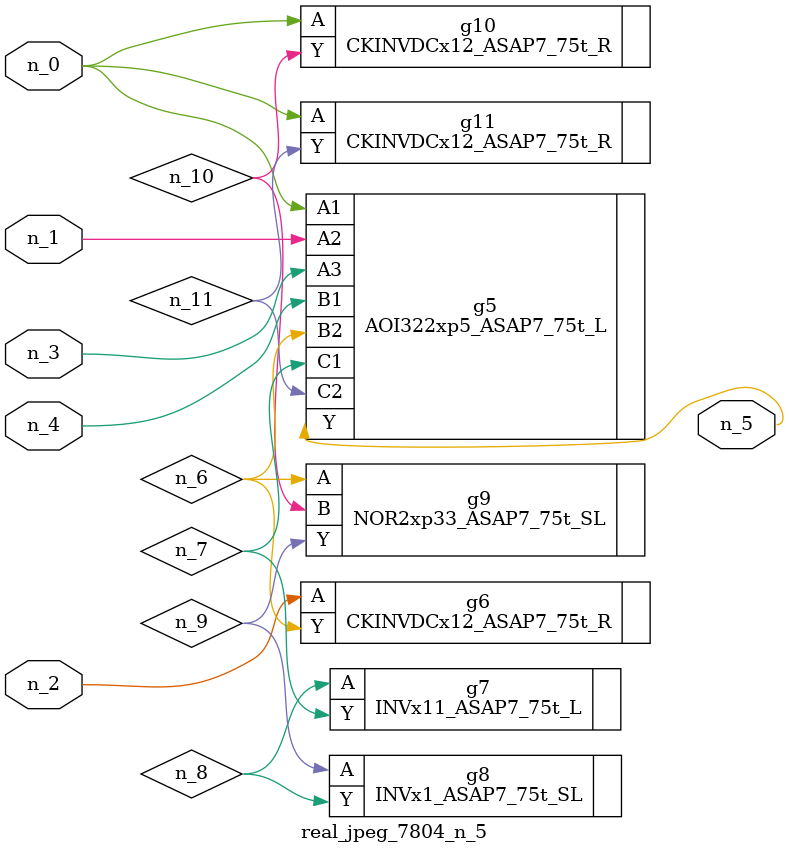
<source format=v>
module real_jpeg_7804_n_5 (n_4, n_0, n_1, n_2, n_3, n_5);

input n_4;
input n_0;
input n_1;
input n_2;
input n_3;

output n_5;

wire n_8;
wire n_11;
wire n_6;
wire n_7;
wire n_10;
wire n_9;

AOI322xp5_ASAP7_75t_L g5 ( 
.A1(n_0),
.A2(n_1),
.A3(n_3),
.B1(n_4),
.B2(n_6),
.C1(n_7),
.C2(n_11),
.Y(n_5)
);

CKINVDCx12_ASAP7_75t_R g10 ( 
.A(n_0),
.Y(n_10)
);

CKINVDCx12_ASAP7_75t_R g11 ( 
.A(n_0),
.Y(n_11)
);

CKINVDCx12_ASAP7_75t_R g6 ( 
.A(n_2),
.Y(n_6)
);

NOR2xp33_ASAP7_75t_SL g9 ( 
.A(n_6),
.B(n_10),
.Y(n_9)
);

INVx11_ASAP7_75t_L g7 ( 
.A(n_8),
.Y(n_7)
);

INVx1_ASAP7_75t_SL g8 ( 
.A(n_9),
.Y(n_8)
);


endmodule
</source>
